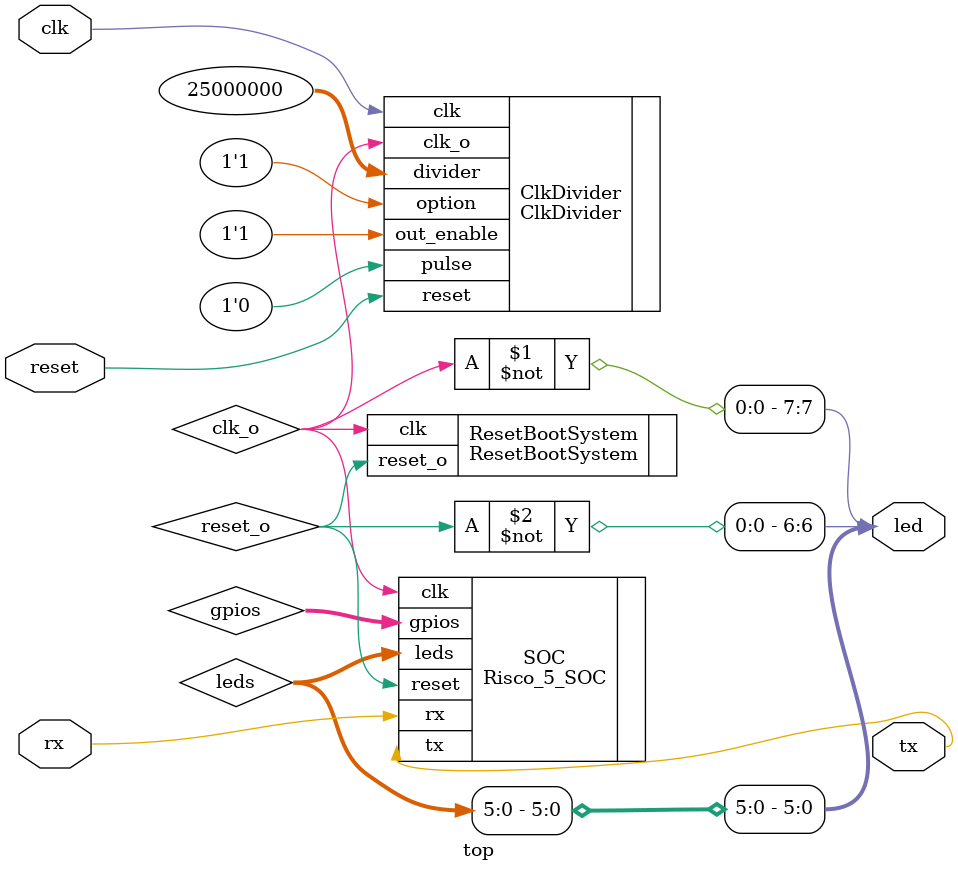
<source format=v>
module top (
    input wire clk,
    input wire reset,
    input wire rx,
    output wire tx,
    output wire [7:0]led//,
    //inout [5:0]gpios
);

wire clk_o, reset_o;
wire [7:0] leds;
wire [5:0]gpios;

ClkDivider #(
    .COUNTER_BITS(32)
) ClkDivider(
    .clk(clk),
    .reset(reset),
    .option(1'b1),
    .out_enable(1'b1),
    .divider(32'd25000000),
    .pulse(1'b0),
    .clk_o(clk_o)
);

ResetBootSystem #(
    .CYCLES(20)
) ResetBootSystem(
    .clk(clk_o),
    .reset_o(reset_o)
);

assign led[7] = ~clk_o;
assign led[6] = ~reset_o; // 5:3
assign led[5:0] = leds [5:0];

Risco_5_SOC #(
    .CLOCK_FREQ(100000000),
    .BIT_RATE(9600),
    .MEMORY_SIZE(4096),
    .MEMORY_FILE("../../software/memory/loop3.hex"),
    .GPIO_WIDHT(6)
) SOC(
    .clk(clk_o),
    .reset(reset_o),
    .leds(leds),
    .rx(rx),
    .tx(tx),
    .gpios(gpios)
);


endmodule

</source>
